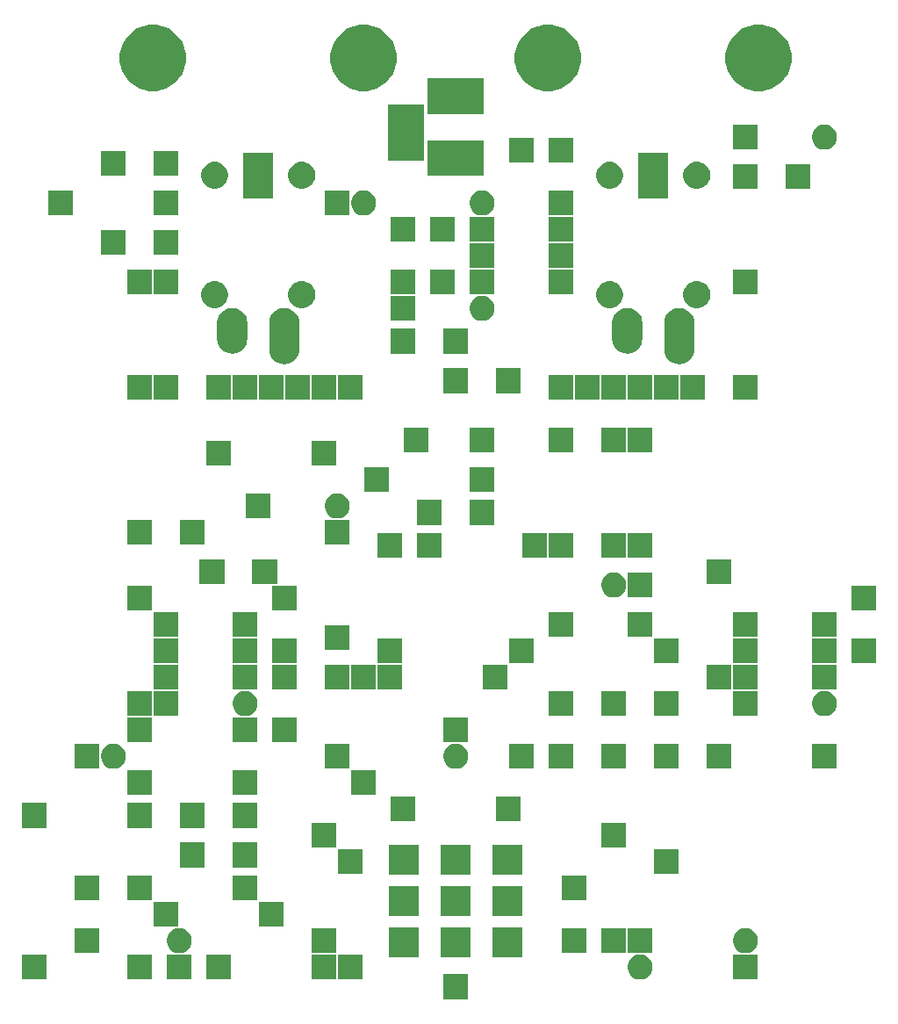
<source format=gbr>
G04 #@! TF.GenerationSoftware,KiCad,Pcbnew,5.1.6-c6e7f7d~87~ubuntu19.10.1*
G04 #@! TF.CreationDate,2021-07-04T13:23:00+06:00*
G04 #@! TF.ProjectId,fishtaur_r1a,66697368-7461-4757-925f-7231612e6b69,1A*
G04 #@! TF.SameCoordinates,Original*
G04 #@! TF.FileFunction,Soldermask,Bot*
G04 #@! TF.FilePolarity,Negative*
%FSLAX46Y46*%
G04 Gerber Fmt 4.6, Leading zero omitted, Abs format (unit mm)*
G04 Created by KiCad (PCBNEW 5.1.6-c6e7f7d~87~ubuntu19.10.1) date 2021-07-04 13:23:00*
%MOMM*%
%LPD*%
G01*
G04 APERTURE LIST*
%ADD10C,0.100000*%
G04 APERTURE END LIST*
D10*
G36*
X106610000Y-187255000D02*
G01*
X104210000Y-187255000D01*
X104210000Y-184855000D01*
X106610000Y-184855000D01*
X106610000Y-187255000D01*
G37*
G36*
X134550000Y-185350000D02*
G01*
X132150000Y-185350000D01*
X132150000Y-182950000D01*
X134550000Y-182950000D01*
X134550000Y-185350000D01*
G37*
G36*
X93910000Y-185350000D02*
G01*
X91510000Y-185350000D01*
X91510000Y-182950000D01*
X93910000Y-182950000D01*
X93910000Y-185350000D01*
G37*
G36*
X83750000Y-185350000D02*
G01*
X81350000Y-185350000D01*
X81350000Y-182950000D01*
X83750000Y-182950000D01*
X83750000Y-185350000D01*
G37*
G36*
X76130000Y-185350000D02*
G01*
X73730000Y-185350000D01*
X73730000Y-182950000D01*
X76130000Y-182950000D01*
X76130000Y-185350000D01*
G37*
G36*
X79940000Y-185350000D02*
G01*
X77540000Y-185350000D01*
X77540000Y-182950000D01*
X79940000Y-182950000D01*
X79940000Y-185350000D01*
G37*
G36*
X65970000Y-185350000D02*
G01*
X63570000Y-185350000D01*
X63570000Y-182950000D01*
X65970000Y-182950000D01*
X65970000Y-185350000D01*
G37*
G36*
X96450000Y-185350000D02*
G01*
X94050000Y-185350000D01*
X94050000Y-182950000D01*
X96450000Y-182950000D01*
X96450000Y-185350000D01*
G37*
G36*
X123540025Y-182996115D02*
G01*
X123540028Y-182996116D01*
X123540027Y-182996116D01*
X123758413Y-183086574D01*
X123954955Y-183217899D01*
X124122101Y-183385045D01*
X124253426Y-183581587D01*
X124253427Y-183581589D01*
X124343885Y-183799975D01*
X124390000Y-184031809D01*
X124390000Y-184268191D01*
X124343885Y-184500025D01*
X124343884Y-184500027D01*
X124253426Y-184718413D01*
X124122101Y-184914955D01*
X123954955Y-185082101D01*
X123758413Y-185213426D01*
X123758412Y-185213427D01*
X123758411Y-185213427D01*
X123540025Y-185303885D01*
X123308191Y-185350000D01*
X123071809Y-185350000D01*
X122839975Y-185303885D01*
X122621589Y-185213427D01*
X122621588Y-185213427D01*
X122621587Y-185213426D01*
X122425045Y-185082101D01*
X122257899Y-184914955D01*
X122126574Y-184718413D01*
X122036116Y-184500027D01*
X122036115Y-184500025D01*
X121990000Y-184268191D01*
X121990000Y-184031809D01*
X122036115Y-183799975D01*
X122126573Y-183581589D01*
X122126574Y-183581587D01*
X122257899Y-183385045D01*
X122425045Y-183217899D01*
X122621587Y-183086574D01*
X122839973Y-182996116D01*
X122839972Y-182996116D01*
X122839975Y-182996115D01*
X123071809Y-182950000D01*
X123308191Y-182950000D01*
X123540025Y-182996115D01*
G37*
G36*
X111860000Y-183250000D02*
G01*
X108960000Y-183250000D01*
X108960000Y-180350000D01*
X111860000Y-180350000D01*
X111860000Y-183250000D01*
G37*
G36*
X106860000Y-183250000D02*
G01*
X103960000Y-183250000D01*
X103960000Y-180350000D01*
X106860000Y-180350000D01*
X106860000Y-183250000D01*
G37*
G36*
X101860000Y-183250000D02*
G01*
X98960000Y-183250000D01*
X98960000Y-180350000D01*
X101860000Y-180350000D01*
X101860000Y-183250000D01*
G37*
G36*
X79090025Y-180456115D02*
G01*
X79090028Y-180456116D01*
X79090027Y-180456116D01*
X79308413Y-180546574D01*
X79504955Y-180677899D01*
X79672101Y-180845045D01*
X79803426Y-181041587D01*
X79803427Y-181041589D01*
X79893885Y-181259975D01*
X79940000Y-181491809D01*
X79940000Y-181728191D01*
X79893885Y-181960025D01*
X79893884Y-181960027D01*
X79803426Y-182178413D01*
X79672101Y-182374955D01*
X79504955Y-182542101D01*
X79308413Y-182673426D01*
X79308412Y-182673427D01*
X79308411Y-182673427D01*
X79090025Y-182763885D01*
X78858191Y-182810000D01*
X78621809Y-182810000D01*
X78389975Y-182763885D01*
X78171589Y-182673427D01*
X78171588Y-182673427D01*
X78171587Y-182673426D01*
X77975045Y-182542101D01*
X77807899Y-182374955D01*
X77676574Y-182178413D01*
X77586116Y-181960027D01*
X77586115Y-181960025D01*
X77540000Y-181728191D01*
X77540000Y-181491809D01*
X77586115Y-181259975D01*
X77676573Y-181041589D01*
X77676574Y-181041587D01*
X77807899Y-180845045D01*
X77975045Y-180677899D01*
X78171587Y-180546574D01*
X78389973Y-180456116D01*
X78389972Y-180456116D01*
X78389975Y-180456115D01*
X78621809Y-180410000D01*
X78858191Y-180410000D01*
X79090025Y-180456115D01*
G37*
G36*
X118040000Y-182810000D02*
G01*
X115640000Y-182810000D01*
X115640000Y-180410000D01*
X118040000Y-180410000D01*
X118040000Y-182810000D01*
G37*
G36*
X93910000Y-182810000D02*
G01*
X91510000Y-182810000D01*
X91510000Y-180410000D01*
X93910000Y-180410000D01*
X93910000Y-182810000D01*
G37*
G36*
X71050000Y-182810000D02*
G01*
X68650000Y-182810000D01*
X68650000Y-180410000D01*
X71050000Y-180410000D01*
X71050000Y-182810000D01*
G37*
G36*
X124390000Y-182810000D02*
G01*
X121990000Y-182810000D01*
X121990000Y-180410000D01*
X124390000Y-180410000D01*
X124390000Y-182810000D01*
G37*
G36*
X133700025Y-180456115D02*
G01*
X133700028Y-180456116D01*
X133700027Y-180456116D01*
X133918413Y-180546574D01*
X134114955Y-180677899D01*
X134282101Y-180845045D01*
X134413426Y-181041587D01*
X134413427Y-181041589D01*
X134503885Y-181259975D01*
X134550000Y-181491809D01*
X134550000Y-181728191D01*
X134503885Y-181960025D01*
X134503884Y-181960027D01*
X134413426Y-182178413D01*
X134282101Y-182374955D01*
X134114955Y-182542101D01*
X133918413Y-182673426D01*
X133918412Y-182673427D01*
X133918411Y-182673427D01*
X133700025Y-182763885D01*
X133468191Y-182810000D01*
X133231809Y-182810000D01*
X132999975Y-182763885D01*
X132781589Y-182673427D01*
X132781588Y-182673427D01*
X132781587Y-182673426D01*
X132585045Y-182542101D01*
X132417899Y-182374955D01*
X132286574Y-182178413D01*
X132196116Y-181960027D01*
X132196115Y-181960025D01*
X132150000Y-181728191D01*
X132150000Y-181491809D01*
X132196115Y-181259975D01*
X132286573Y-181041589D01*
X132286574Y-181041587D01*
X132417899Y-180845045D01*
X132585045Y-180677899D01*
X132781587Y-180546574D01*
X132999973Y-180456116D01*
X132999972Y-180456116D01*
X132999975Y-180456115D01*
X133231809Y-180410000D01*
X133468191Y-180410000D01*
X133700025Y-180456115D01*
G37*
G36*
X121850000Y-182810000D02*
G01*
X119450000Y-182810000D01*
X119450000Y-180410000D01*
X121850000Y-180410000D01*
X121850000Y-182810000D01*
G37*
G36*
X88830000Y-180270000D02*
G01*
X86430000Y-180270000D01*
X86430000Y-177870000D01*
X88830000Y-177870000D01*
X88830000Y-180270000D01*
G37*
G36*
X78670000Y-180270000D02*
G01*
X76270000Y-180270000D01*
X76270000Y-177870000D01*
X78670000Y-177870000D01*
X78670000Y-180270000D01*
G37*
G36*
X101860000Y-179250000D02*
G01*
X98960000Y-179250000D01*
X98960000Y-176350000D01*
X101860000Y-176350000D01*
X101860000Y-179250000D01*
G37*
G36*
X106860000Y-179250000D02*
G01*
X103960000Y-179250000D01*
X103960000Y-176350000D01*
X106860000Y-176350000D01*
X106860000Y-179250000D01*
G37*
G36*
X111860000Y-179250000D02*
G01*
X108960000Y-179250000D01*
X108960000Y-176350000D01*
X111860000Y-176350000D01*
X111860000Y-179250000D01*
G37*
G36*
X118040000Y-177730000D02*
G01*
X115640000Y-177730000D01*
X115640000Y-175330000D01*
X118040000Y-175330000D01*
X118040000Y-177730000D01*
G37*
G36*
X71050000Y-177730000D02*
G01*
X68650000Y-177730000D01*
X68650000Y-175330000D01*
X71050000Y-175330000D01*
X71050000Y-177730000D01*
G37*
G36*
X76130000Y-177730000D02*
G01*
X73730000Y-177730000D01*
X73730000Y-175330000D01*
X76130000Y-175330000D01*
X76130000Y-177730000D01*
G37*
G36*
X86290000Y-177730000D02*
G01*
X83890000Y-177730000D01*
X83890000Y-175330000D01*
X86290000Y-175330000D01*
X86290000Y-177730000D01*
G37*
G36*
X101860000Y-175250000D02*
G01*
X98960000Y-175250000D01*
X98960000Y-172350000D01*
X101860000Y-172350000D01*
X101860000Y-175250000D01*
G37*
G36*
X106860000Y-175250000D02*
G01*
X103960000Y-175250000D01*
X103960000Y-172350000D01*
X106860000Y-172350000D01*
X106860000Y-175250000D01*
G37*
G36*
X111860000Y-175250000D02*
G01*
X108960000Y-175250000D01*
X108960000Y-172350000D01*
X111860000Y-172350000D01*
X111860000Y-175250000D01*
G37*
G36*
X126930000Y-175190000D02*
G01*
X124530000Y-175190000D01*
X124530000Y-172790000D01*
X126930000Y-172790000D01*
X126930000Y-175190000D01*
G37*
G36*
X96450000Y-175190000D02*
G01*
X94050000Y-175190000D01*
X94050000Y-172790000D01*
X96450000Y-172790000D01*
X96450000Y-175190000D01*
G37*
G36*
X81210000Y-174555000D02*
G01*
X78810000Y-174555000D01*
X78810000Y-172155000D01*
X81210000Y-172155000D01*
X81210000Y-174555000D01*
G37*
G36*
X86290000Y-174555000D02*
G01*
X83890000Y-174555000D01*
X83890000Y-172155000D01*
X86290000Y-172155000D01*
X86290000Y-174555000D01*
G37*
G36*
X93910000Y-172650000D02*
G01*
X91510000Y-172650000D01*
X91510000Y-170250000D01*
X93910000Y-170250000D01*
X93910000Y-172650000D01*
G37*
G36*
X121850000Y-172650000D02*
G01*
X119450000Y-172650000D01*
X119450000Y-170250000D01*
X121850000Y-170250000D01*
X121850000Y-172650000D01*
G37*
G36*
X76130000Y-170745000D02*
G01*
X73730000Y-170745000D01*
X73730000Y-168345000D01*
X76130000Y-168345000D01*
X76130000Y-170745000D01*
G37*
G36*
X81210000Y-170745000D02*
G01*
X78810000Y-170745000D01*
X78810000Y-168345000D01*
X81210000Y-168345000D01*
X81210000Y-170745000D01*
G37*
G36*
X86290000Y-170745000D02*
G01*
X83890000Y-170745000D01*
X83890000Y-168345000D01*
X86290000Y-168345000D01*
X86290000Y-170745000D01*
G37*
G36*
X65970000Y-170745000D02*
G01*
X63570000Y-170745000D01*
X63570000Y-168345000D01*
X65970000Y-168345000D01*
X65970000Y-170745000D01*
G37*
G36*
X101530000Y-170110000D02*
G01*
X99130000Y-170110000D01*
X99130000Y-167710000D01*
X101530000Y-167710000D01*
X101530000Y-170110000D01*
G37*
G36*
X111690000Y-170110000D02*
G01*
X109290000Y-170110000D01*
X109290000Y-167710000D01*
X111690000Y-167710000D01*
X111690000Y-170110000D01*
G37*
G36*
X97720000Y-167570000D02*
G01*
X95320000Y-167570000D01*
X95320000Y-165170000D01*
X97720000Y-165170000D01*
X97720000Y-167570000D01*
G37*
G36*
X86290000Y-167570000D02*
G01*
X83890000Y-167570000D01*
X83890000Y-165170000D01*
X86290000Y-165170000D01*
X86290000Y-167570000D01*
G37*
G36*
X76130000Y-167570000D02*
G01*
X73730000Y-167570000D01*
X73730000Y-165170000D01*
X76130000Y-165170000D01*
X76130000Y-167570000D01*
G37*
G36*
X142170000Y-165030000D02*
G01*
X139770000Y-165030000D01*
X139770000Y-162630000D01*
X142170000Y-162630000D01*
X142170000Y-165030000D01*
G37*
G36*
X116770000Y-165030000D02*
G01*
X114370000Y-165030000D01*
X114370000Y-162630000D01*
X116770000Y-162630000D01*
X116770000Y-165030000D01*
G37*
G36*
X132010000Y-165030000D02*
G01*
X129610000Y-165030000D01*
X129610000Y-162630000D01*
X132010000Y-162630000D01*
X132010000Y-165030000D01*
G37*
G36*
X71050000Y-165030000D02*
G01*
X68650000Y-165030000D01*
X68650000Y-162630000D01*
X71050000Y-162630000D01*
X71050000Y-165030000D01*
G37*
G36*
X72740025Y-162676115D02*
G01*
X72740028Y-162676116D01*
X72740027Y-162676116D01*
X72958413Y-162766574D01*
X73154955Y-162897899D01*
X73322101Y-163065045D01*
X73453426Y-163261587D01*
X73453427Y-163261589D01*
X73543885Y-163479975D01*
X73590000Y-163711809D01*
X73590000Y-163948191D01*
X73543885Y-164180025D01*
X73543884Y-164180027D01*
X73453426Y-164398413D01*
X73322101Y-164594955D01*
X73154955Y-164762101D01*
X72958413Y-164893426D01*
X72958412Y-164893427D01*
X72958411Y-164893427D01*
X72740025Y-164983885D01*
X72508191Y-165030000D01*
X72271809Y-165030000D01*
X72039975Y-164983885D01*
X71821589Y-164893427D01*
X71821588Y-164893427D01*
X71821587Y-164893426D01*
X71625045Y-164762101D01*
X71457899Y-164594955D01*
X71326574Y-164398413D01*
X71236116Y-164180027D01*
X71236115Y-164180025D01*
X71190000Y-163948191D01*
X71190000Y-163711809D01*
X71236115Y-163479975D01*
X71326573Y-163261589D01*
X71326574Y-163261587D01*
X71457899Y-163065045D01*
X71625045Y-162897899D01*
X71821587Y-162766574D01*
X72039973Y-162676116D01*
X72039972Y-162676116D01*
X72039975Y-162676115D01*
X72271809Y-162630000D01*
X72508191Y-162630000D01*
X72740025Y-162676115D01*
G37*
G36*
X112960000Y-165030000D02*
G01*
X110560000Y-165030000D01*
X110560000Y-162630000D01*
X112960000Y-162630000D01*
X112960000Y-165030000D01*
G37*
G36*
X105760025Y-162676115D02*
G01*
X105760028Y-162676116D01*
X105760027Y-162676116D01*
X105978413Y-162766574D01*
X106174955Y-162897899D01*
X106342101Y-163065045D01*
X106473426Y-163261587D01*
X106473427Y-163261589D01*
X106563885Y-163479975D01*
X106610000Y-163711809D01*
X106610000Y-163948191D01*
X106563885Y-164180025D01*
X106563884Y-164180027D01*
X106473426Y-164398413D01*
X106342101Y-164594955D01*
X106174955Y-164762101D01*
X105978413Y-164893426D01*
X105978412Y-164893427D01*
X105978411Y-164893427D01*
X105760025Y-164983885D01*
X105528191Y-165030000D01*
X105291809Y-165030000D01*
X105059975Y-164983885D01*
X104841589Y-164893427D01*
X104841588Y-164893427D01*
X104841587Y-164893426D01*
X104645045Y-164762101D01*
X104477899Y-164594955D01*
X104346574Y-164398413D01*
X104256116Y-164180027D01*
X104256115Y-164180025D01*
X104210000Y-163948191D01*
X104210000Y-163711809D01*
X104256115Y-163479975D01*
X104346573Y-163261589D01*
X104346574Y-163261587D01*
X104477899Y-163065045D01*
X104645045Y-162897899D01*
X104841587Y-162766574D01*
X105059973Y-162676116D01*
X105059972Y-162676116D01*
X105059975Y-162676115D01*
X105291809Y-162630000D01*
X105528191Y-162630000D01*
X105760025Y-162676115D01*
G37*
G36*
X126930000Y-165030000D02*
G01*
X124530000Y-165030000D01*
X124530000Y-162630000D01*
X126930000Y-162630000D01*
X126930000Y-165030000D01*
G37*
G36*
X121850000Y-165030000D02*
G01*
X119450000Y-165030000D01*
X119450000Y-162630000D01*
X121850000Y-162630000D01*
X121850000Y-165030000D01*
G37*
G36*
X95180000Y-165030000D02*
G01*
X92780000Y-165030000D01*
X92780000Y-162630000D01*
X95180000Y-162630000D01*
X95180000Y-165030000D01*
G37*
G36*
X106610000Y-162490000D02*
G01*
X104210000Y-162490000D01*
X104210000Y-160090000D01*
X106610000Y-160090000D01*
X106610000Y-162490000D01*
G37*
G36*
X90100000Y-162490000D02*
G01*
X87700000Y-162490000D01*
X87700000Y-160090000D01*
X90100000Y-160090000D01*
X90100000Y-162490000D01*
G37*
G36*
X86290000Y-162490000D02*
G01*
X83890000Y-162490000D01*
X83890000Y-160090000D01*
X86290000Y-160090000D01*
X86290000Y-162490000D01*
G37*
G36*
X76130000Y-162490000D02*
G01*
X73730000Y-162490000D01*
X73730000Y-160090000D01*
X76130000Y-160090000D01*
X76130000Y-162490000D01*
G37*
G36*
X85440025Y-157596115D02*
G01*
X85440028Y-157596116D01*
X85440027Y-157596116D01*
X85658413Y-157686574D01*
X85854955Y-157817899D01*
X86022101Y-157985045D01*
X86153426Y-158181587D01*
X86153427Y-158181589D01*
X86243885Y-158399975D01*
X86290000Y-158631809D01*
X86290000Y-158868191D01*
X86243885Y-159100025D01*
X86243884Y-159100027D01*
X86153426Y-159318413D01*
X86022101Y-159514955D01*
X85854955Y-159682101D01*
X85658413Y-159813426D01*
X85658412Y-159813427D01*
X85658411Y-159813427D01*
X85440025Y-159903885D01*
X85208191Y-159950000D01*
X84971809Y-159950000D01*
X84739975Y-159903885D01*
X84521589Y-159813427D01*
X84521588Y-159813427D01*
X84521587Y-159813426D01*
X84325045Y-159682101D01*
X84157899Y-159514955D01*
X84026574Y-159318413D01*
X83936116Y-159100027D01*
X83936115Y-159100025D01*
X83890000Y-158868191D01*
X83890000Y-158631809D01*
X83936115Y-158399975D01*
X84026573Y-158181589D01*
X84026574Y-158181587D01*
X84157899Y-157985045D01*
X84325045Y-157817899D01*
X84521587Y-157686574D01*
X84739973Y-157596116D01*
X84739972Y-157596116D01*
X84739975Y-157596115D01*
X84971809Y-157550000D01*
X85208191Y-157550000D01*
X85440025Y-157596115D01*
G37*
G36*
X116770000Y-159950000D02*
G01*
X114370000Y-159950000D01*
X114370000Y-157550000D01*
X116770000Y-157550000D01*
X116770000Y-159950000D01*
G37*
G36*
X126930000Y-159950000D02*
G01*
X124530000Y-159950000D01*
X124530000Y-157550000D01*
X126930000Y-157550000D01*
X126930000Y-159950000D01*
G37*
G36*
X134550000Y-159950000D02*
G01*
X132150000Y-159950000D01*
X132150000Y-157550000D01*
X134550000Y-157550000D01*
X134550000Y-159950000D01*
G37*
G36*
X141320025Y-157596115D02*
G01*
X141320028Y-157596116D01*
X141320027Y-157596116D01*
X141538413Y-157686574D01*
X141734955Y-157817899D01*
X141902101Y-157985045D01*
X142033426Y-158181587D01*
X142033427Y-158181589D01*
X142123885Y-158399975D01*
X142170000Y-158631809D01*
X142170000Y-158868191D01*
X142123885Y-159100025D01*
X142123884Y-159100027D01*
X142033426Y-159318413D01*
X141902101Y-159514955D01*
X141734955Y-159682101D01*
X141538413Y-159813426D01*
X141538412Y-159813427D01*
X141538411Y-159813427D01*
X141320025Y-159903885D01*
X141088191Y-159950000D01*
X140851809Y-159950000D01*
X140619975Y-159903885D01*
X140401589Y-159813427D01*
X140401588Y-159813427D01*
X140401587Y-159813426D01*
X140205045Y-159682101D01*
X140037899Y-159514955D01*
X139906574Y-159318413D01*
X139816116Y-159100027D01*
X139816115Y-159100025D01*
X139770000Y-158868191D01*
X139770000Y-158631809D01*
X139816115Y-158399975D01*
X139906573Y-158181589D01*
X139906574Y-158181587D01*
X140037899Y-157985045D01*
X140205045Y-157817899D01*
X140401587Y-157686574D01*
X140619973Y-157596116D01*
X140619972Y-157596116D01*
X140619975Y-157596115D01*
X140851809Y-157550000D01*
X141088191Y-157550000D01*
X141320025Y-157596115D01*
G37*
G36*
X121850000Y-159950000D02*
G01*
X119450000Y-159950000D01*
X119450000Y-157550000D01*
X121850000Y-157550000D01*
X121850000Y-159950000D01*
G37*
G36*
X76130000Y-159950000D02*
G01*
X73730000Y-159950000D01*
X73730000Y-157550000D01*
X76130000Y-157550000D01*
X76130000Y-159950000D01*
G37*
G36*
X78670000Y-159950000D02*
G01*
X76270000Y-159950000D01*
X76270000Y-157550000D01*
X78670000Y-157550000D01*
X78670000Y-159950000D01*
G37*
G36*
X132010000Y-157410000D02*
G01*
X129610000Y-157410000D01*
X129610000Y-155010000D01*
X132010000Y-155010000D01*
X132010000Y-157410000D01*
G37*
G36*
X86290000Y-157410000D02*
G01*
X83890000Y-157410000D01*
X83890000Y-155010000D01*
X86290000Y-155010000D01*
X86290000Y-157410000D01*
G37*
G36*
X78670000Y-157410000D02*
G01*
X76270000Y-157410000D01*
X76270000Y-155010000D01*
X78670000Y-155010000D01*
X78670000Y-157410000D01*
G37*
G36*
X95180000Y-157410000D02*
G01*
X92780000Y-157410000D01*
X92780000Y-155010000D01*
X95180000Y-155010000D01*
X95180000Y-157410000D01*
G37*
G36*
X142170000Y-157410000D02*
G01*
X139770000Y-157410000D01*
X139770000Y-155010000D01*
X142170000Y-155010000D01*
X142170000Y-157410000D01*
G37*
G36*
X97720000Y-157410000D02*
G01*
X95320000Y-157410000D01*
X95320000Y-155010000D01*
X97720000Y-155010000D01*
X97720000Y-157410000D01*
G37*
G36*
X100260000Y-157410000D02*
G01*
X97860000Y-157410000D01*
X97860000Y-155010000D01*
X100260000Y-155010000D01*
X100260000Y-157410000D01*
G37*
G36*
X110420000Y-157410000D02*
G01*
X108020000Y-157410000D01*
X108020000Y-155010000D01*
X110420000Y-155010000D01*
X110420000Y-157410000D01*
G37*
G36*
X90100000Y-157410000D02*
G01*
X87700000Y-157410000D01*
X87700000Y-155010000D01*
X90100000Y-155010000D01*
X90100000Y-157410000D01*
G37*
G36*
X134550000Y-157410000D02*
G01*
X132150000Y-157410000D01*
X132150000Y-155010000D01*
X134550000Y-155010000D01*
X134550000Y-157410000D01*
G37*
G36*
X90100000Y-154870000D02*
G01*
X87700000Y-154870000D01*
X87700000Y-152470000D01*
X90100000Y-152470000D01*
X90100000Y-154870000D01*
G37*
G36*
X86290000Y-154870000D02*
G01*
X83890000Y-154870000D01*
X83890000Y-152470000D01*
X86290000Y-152470000D01*
X86290000Y-154870000D01*
G37*
G36*
X145980000Y-154870000D02*
G01*
X143580000Y-154870000D01*
X143580000Y-152470000D01*
X145980000Y-152470000D01*
X145980000Y-154870000D01*
G37*
G36*
X100260000Y-154870000D02*
G01*
X97860000Y-154870000D01*
X97860000Y-152470000D01*
X100260000Y-152470000D01*
X100260000Y-154870000D01*
G37*
G36*
X112960000Y-154870000D02*
G01*
X110560000Y-154870000D01*
X110560000Y-152470000D01*
X112960000Y-152470000D01*
X112960000Y-154870000D01*
G37*
G36*
X142170000Y-154870000D02*
G01*
X139770000Y-154870000D01*
X139770000Y-152470000D01*
X142170000Y-152470000D01*
X142170000Y-154870000D01*
G37*
G36*
X78670000Y-154870000D02*
G01*
X76270000Y-154870000D01*
X76270000Y-152470000D01*
X78670000Y-152470000D01*
X78670000Y-154870000D01*
G37*
G36*
X126930000Y-154870000D02*
G01*
X124530000Y-154870000D01*
X124530000Y-152470000D01*
X126930000Y-152470000D01*
X126930000Y-154870000D01*
G37*
G36*
X134550000Y-154870000D02*
G01*
X132150000Y-154870000D01*
X132150000Y-152470000D01*
X134550000Y-152470000D01*
X134550000Y-154870000D01*
G37*
G36*
X95180000Y-153600000D02*
G01*
X92780000Y-153600000D01*
X92780000Y-151200000D01*
X95180000Y-151200000D01*
X95180000Y-153600000D01*
G37*
G36*
X124390000Y-152330000D02*
G01*
X121990000Y-152330000D01*
X121990000Y-149930000D01*
X124390000Y-149930000D01*
X124390000Y-152330000D01*
G37*
G36*
X116770000Y-152330000D02*
G01*
X114370000Y-152330000D01*
X114370000Y-149930000D01*
X116770000Y-149930000D01*
X116770000Y-152330000D01*
G37*
G36*
X134550000Y-152330000D02*
G01*
X132150000Y-152330000D01*
X132150000Y-149930000D01*
X134550000Y-149930000D01*
X134550000Y-152330000D01*
G37*
G36*
X142170000Y-152330000D02*
G01*
X139770000Y-152330000D01*
X139770000Y-149930000D01*
X142170000Y-149930000D01*
X142170000Y-152330000D01*
G37*
G36*
X86290000Y-152330000D02*
G01*
X83890000Y-152330000D01*
X83890000Y-149930000D01*
X86290000Y-149930000D01*
X86290000Y-152330000D01*
G37*
G36*
X78670000Y-152330000D02*
G01*
X76270000Y-152330000D01*
X76270000Y-149930000D01*
X78670000Y-149930000D01*
X78670000Y-152330000D01*
G37*
G36*
X145980000Y-149790000D02*
G01*
X143580000Y-149790000D01*
X143580000Y-147390000D01*
X145980000Y-147390000D01*
X145980000Y-149790000D01*
G37*
G36*
X90100000Y-149790000D02*
G01*
X87700000Y-149790000D01*
X87700000Y-147390000D01*
X90100000Y-147390000D01*
X90100000Y-149790000D01*
G37*
G36*
X76130000Y-149790000D02*
G01*
X73730000Y-149790000D01*
X73730000Y-147390000D01*
X76130000Y-147390000D01*
X76130000Y-149790000D01*
G37*
G36*
X124390000Y-148520000D02*
G01*
X121990000Y-148520000D01*
X121990000Y-146120000D01*
X124390000Y-146120000D01*
X124390000Y-148520000D01*
G37*
G36*
X121000025Y-146166115D02*
G01*
X121000028Y-146166116D01*
X121000027Y-146166116D01*
X121218413Y-146256574D01*
X121414955Y-146387899D01*
X121582101Y-146555045D01*
X121713426Y-146751587D01*
X121713427Y-146751589D01*
X121803885Y-146969975D01*
X121850000Y-147201809D01*
X121850000Y-147438191D01*
X121803885Y-147670025D01*
X121803884Y-147670027D01*
X121713426Y-147888413D01*
X121582101Y-148084955D01*
X121414955Y-148252101D01*
X121218413Y-148383426D01*
X121218412Y-148383427D01*
X121218411Y-148383427D01*
X121000025Y-148473885D01*
X120768191Y-148520000D01*
X120531809Y-148520000D01*
X120299975Y-148473885D01*
X120081589Y-148383427D01*
X120081588Y-148383427D01*
X120081587Y-148383426D01*
X119885045Y-148252101D01*
X119717899Y-148084955D01*
X119586574Y-147888413D01*
X119496116Y-147670027D01*
X119496115Y-147670025D01*
X119450000Y-147438191D01*
X119450000Y-147201809D01*
X119496115Y-146969975D01*
X119586573Y-146751589D01*
X119586574Y-146751587D01*
X119717899Y-146555045D01*
X119885045Y-146387899D01*
X120081587Y-146256574D01*
X120299973Y-146166116D01*
X120299972Y-146166116D01*
X120299975Y-146166115D01*
X120531809Y-146120000D01*
X120768191Y-146120000D01*
X121000025Y-146166115D01*
G37*
G36*
X132010000Y-147250000D02*
G01*
X129610000Y-147250000D01*
X129610000Y-144850000D01*
X132010000Y-144850000D01*
X132010000Y-147250000D01*
G37*
G36*
X83115000Y-147250000D02*
G01*
X80715000Y-147250000D01*
X80715000Y-144850000D01*
X83115000Y-144850000D01*
X83115000Y-147250000D01*
G37*
G36*
X88195000Y-147250000D02*
G01*
X85795000Y-147250000D01*
X85795000Y-144850000D01*
X88195000Y-144850000D01*
X88195000Y-147250000D01*
G37*
G36*
X100260000Y-144710000D02*
G01*
X97860000Y-144710000D01*
X97860000Y-142310000D01*
X100260000Y-142310000D01*
X100260000Y-144710000D01*
G37*
G36*
X124390000Y-144710000D02*
G01*
X121990000Y-144710000D01*
X121990000Y-142310000D01*
X124390000Y-142310000D01*
X124390000Y-144710000D01*
G37*
G36*
X121850000Y-144710000D02*
G01*
X119450000Y-144710000D01*
X119450000Y-142310000D01*
X121850000Y-142310000D01*
X121850000Y-144710000D01*
G37*
G36*
X116770000Y-144710000D02*
G01*
X114370000Y-144710000D01*
X114370000Y-142310000D01*
X116770000Y-142310000D01*
X116770000Y-144710000D01*
G37*
G36*
X104070000Y-144710000D02*
G01*
X101670000Y-144710000D01*
X101670000Y-142310000D01*
X104070000Y-142310000D01*
X104070000Y-144710000D01*
G37*
G36*
X114230000Y-144710000D02*
G01*
X111830000Y-144710000D01*
X111830000Y-142310000D01*
X114230000Y-142310000D01*
X114230000Y-144710000D01*
G37*
G36*
X95180000Y-143440000D02*
G01*
X92780000Y-143440000D01*
X92780000Y-141040000D01*
X95180000Y-141040000D01*
X95180000Y-143440000D01*
G37*
G36*
X81210000Y-143440000D02*
G01*
X78810000Y-143440000D01*
X78810000Y-141040000D01*
X81210000Y-141040000D01*
X81210000Y-143440000D01*
G37*
G36*
X76130000Y-143440000D02*
G01*
X73730000Y-143440000D01*
X73730000Y-141040000D01*
X76130000Y-141040000D01*
X76130000Y-143440000D01*
G37*
G36*
X104070000Y-141535000D02*
G01*
X101670000Y-141535000D01*
X101670000Y-139135000D01*
X104070000Y-139135000D01*
X104070000Y-141535000D01*
G37*
G36*
X109150000Y-141535000D02*
G01*
X106750000Y-141535000D01*
X106750000Y-139135000D01*
X109150000Y-139135000D01*
X109150000Y-141535000D01*
G37*
G36*
X94330025Y-138546115D02*
G01*
X94330028Y-138546116D01*
X94330027Y-138546116D01*
X94548413Y-138636574D01*
X94744955Y-138767899D01*
X94912101Y-138935045D01*
X95043426Y-139131587D01*
X95043427Y-139131589D01*
X95133885Y-139349975D01*
X95180000Y-139581809D01*
X95180000Y-139818191D01*
X95133885Y-140050025D01*
X95133884Y-140050027D01*
X95043426Y-140268413D01*
X94912101Y-140464955D01*
X94744955Y-140632101D01*
X94548413Y-140763426D01*
X94548412Y-140763427D01*
X94548411Y-140763427D01*
X94330025Y-140853885D01*
X94098191Y-140900000D01*
X93861809Y-140900000D01*
X93629975Y-140853885D01*
X93411589Y-140763427D01*
X93411588Y-140763427D01*
X93411587Y-140763426D01*
X93215045Y-140632101D01*
X93047899Y-140464955D01*
X92916574Y-140268413D01*
X92826116Y-140050027D01*
X92826115Y-140050025D01*
X92780000Y-139818191D01*
X92780000Y-139581809D01*
X92826115Y-139349975D01*
X92916573Y-139131589D01*
X92916574Y-139131587D01*
X93047899Y-138935045D01*
X93215045Y-138767899D01*
X93411587Y-138636574D01*
X93629973Y-138546116D01*
X93629972Y-138546116D01*
X93629975Y-138546115D01*
X93861809Y-138500000D01*
X94098191Y-138500000D01*
X94330025Y-138546115D01*
G37*
G36*
X87560000Y-140900000D02*
G01*
X85160000Y-140900000D01*
X85160000Y-138500000D01*
X87560000Y-138500000D01*
X87560000Y-140900000D01*
G37*
G36*
X98990000Y-138360000D02*
G01*
X96590000Y-138360000D01*
X96590000Y-135960000D01*
X98990000Y-135960000D01*
X98990000Y-138360000D01*
G37*
G36*
X109150000Y-138360000D02*
G01*
X106750000Y-138360000D01*
X106750000Y-135960000D01*
X109150000Y-135960000D01*
X109150000Y-138360000D01*
G37*
G36*
X83750000Y-135820000D02*
G01*
X81350000Y-135820000D01*
X81350000Y-133420000D01*
X83750000Y-133420000D01*
X83750000Y-135820000D01*
G37*
G36*
X93910000Y-135820000D02*
G01*
X91510000Y-135820000D01*
X91510000Y-133420000D01*
X93910000Y-133420000D01*
X93910000Y-135820000D01*
G37*
G36*
X109150000Y-134550000D02*
G01*
X106750000Y-134550000D01*
X106750000Y-132150000D01*
X109150000Y-132150000D01*
X109150000Y-134550000D01*
G37*
G36*
X102800000Y-134550000D02*
G01*
X100400000Y-134550000D01*
X100400000Y-132150000D01*
X102800000Y-132150000D01*
X102800000Y-134550000D01*
G37*
G36*
X124390000Y-134550000D02*
G01*
X121990000Y-134550000D01*
X121990000Y-132150000D01*
X124390000Y-132150000D01*
X124390000Y-134550000D01*
G37*
G36*
X121850000Y-134550000D02*
G01*
X119450000Y-134550000D01*
X119450000Y-132150000D01*
X121850000Y-132150000D01*
X121850000Y-134550000D01*
G37*
G36*
X116770000Y-134550000D02*
G01*
X114370000Y-134550000D01*
X114370000Y-132150000D01*
X116770000Y-132150000D01*
X116770000Y-134550000D01*
G37*
G36*
X88830000Y-129470000D02*
G01*
X86430000Y-129470000D01*
X86430000Y-127070000D01*
X88830000Y-127070000D01*
X88830000Y-129470000D01*
G37*
G36*
X134550000Y-129470000D02*
G01*
X132150000Y-129470000D01*
X132150000Y-127070000D01*
X134550000Y-127070000D01*
X134550000Y-129470000D01*
G37*
G36*
X78670000Y-129470000D02*
G01*
X76270000Y-129470000D01*
X76270000Y-127070000D01*
X78670000Y-127070000D01*
X78670000Y-129470000D01*
G37*
G36*
X76130000Y-129470000D02*
G01*
X73730000Y-129470000D01*
X73730000Y-127070000D01*
X76130000Y-127070000D01*
X76130000Y-129470000D01*
G37*
G36*
X86290000Y-129470000D02*
G01*
X83890000Y-129470000D01*
X83890000Y-127070000D01*
X86290000Y-127070000D01*
X86290000Y-129470000D01*
G37*
G36*
X91370000Y-129470000D02*
G01*
X88970000Y-129470000D01*
X88970000Y-127070000D01*
X91370000Y-127070000D01*
X91370000Y-129470000D01*
G37*
G36*
X96450000Y-129470000D02*
G01*
X94050000Y-129470000D01*
X94050000Y-127070000D01*
X96450000Y-127070000D01*
X96450000Y-129470000D01*
G37*
G36*
X126930000Y-129470000D02*
G01*
X124530000Y-129470000D01*
X124530000Y-127070000D01*
X126930000Y-127070000D01*
X126930000Y-129470000D01*
G37*
G36*
X124390000Y-129470000D02*
G01*
X121990000Y-129470000D01*
X121990000Y-127070000D01*
X124390000Y-127070000D01*
X124390000Y-129470000D01*
G37*
G36*
X121850000Y-129470000D02*
G01*
X119450000Y-129470000D01*
X119450000Y-127070000D01*
X121850000Y-127070000D01*
X121850000Y-129470000D01*
G37*
G36*
X119310000Y-129470000D02*
G01*
X116910000Y-129470000D01*
X116910000Y-127070000D01*
X119310000Y-127070000D01*
X119310000Y-129470000D01*
G37*
G36*
X116770000Y-129470000D02*
G01*
X114370000Y-129470000D01*
X114370000Y-127070000D01*
X116770000Y-127070000D01*
X116770000Y-129470000D01*
G37*
G36*
X129470000Y-129470000D02*
G01*
X127070000Y-129470000D01*
X127070000Y-127070000D01*
X129470000Y-127070000D01*
X129470000Y-129470000D01*
G37*
G36*
X83750000Y-129470000D02*
G01*
X81350000Y-129470000D01*
X81350000Y-127070000D01*
X83750000Y-127070000D01*
X83750000Y-129470000D01*
G37*
G36*
X93910000Y-129470000D02*
G01*
X91510000Y-129470000D01*
X91510000Y-127070000D01*
X93910000Y-127070000D01*
X93910000Y-129470000D01*
G37*
G36*
X106610000Y-128835000D02*
G01*
X104210000Y-128835000D01*
X104210000Y-126435000D01*
X106610000Y-126435000D01*
X106610000Y-128835000D01*
G37*
G36*
X111690000Y-128835000D02*
G01*
X109290000Y-128835000D01*
X109290000Y-126435000D01*
X111690000Y-126435000D01*
X111690000Y-128835000D01*
G37*
G36*
X127244250Y-120650981D02*
G01*
X127380913Y-120692437D01*
X127517577Y-120733894D01*
X127769473Y-120868534D01*
X127990265Y-121049735D01*
X128171466Y-121270527D01*
X128306106Y-121522423D01*
X128389019Y-121795751D01*
X128410000Y-122008774D01*
X128410000Y-124651226D01*
X128389019Y-124864249D01*
X128306106Y-125137577D01*
X128171466Y-125389473D01*
X127990265Y-125610265D01*
X127769472Y-125791466D01*
X127517576Y-125926106D01*
X127380912Y-125967562D01*
X127244249Y-126009019D01*
X126960000Y-126037015D01*
X126675750Y-126009019D01*
X126539087Y-125967562D01*
X126402423Y-125926106D01*
X126150527Y-125791466D01*
X125929735Y-125610265D01*
X125748534Y-125389472D01*
X125613894Y-125137576D01*
X125549745Y-124926106D01*
X125530981Y-124864249D01*
X125510000Y-124651224D01*
X125510001Y-122008775D01*
X125530982Y-121795750D01*
X125613895Y-121522424D01*
X125613895Y-121522423D01*
X125748535Y-121270527D01*
X125929736Y-121049735D01*
X126150528Y-120868534D01*
X126402424Y-120733894D01*
X126539088Y-120692437D01*
X126675751Y-120650981D01*
X126960000Y-120622985D01*
X127244250Y-120650981D01*
G37*
G36*
X89144250Y-120650981D02*
G01*
X89280913Y-120692437D01*
X89417577Y-120733894D01*
X89669473Y-120868534D01*
X89890265Y-121049735D01*
X90071466Y-121270527D01*
X90206106Y-121522423D01*
X90289019Y-121795751D01*
X90310000Y-122008774D01*
X90310000Y-124651226D01*
X90289019Y-124864249D01*
X90206106Y-125137577D01*
X90071466Y-125389473D01*
X89890265Y-125610265D01*
X89669472Y-125791466D01*
X89417576Y-125926106D01*
X89280912Y-125967562D01*
X89144249Y-126009019D01*
X88860000Y-126037015D01*
X88575750Y-126009019D01*
X88439087Y-125967562D01*
X88302423Y-125926106D01*
X88050527Y-125791466D01*
X87829735Y-125610265D01*
X87648534Y-125389472D01*
X87513894Y-125137576D01*
X87449745Y-124926106D01*
X87430981Y-124864249D01*
X87410000Y-124651224D01*
X87410001Y-122008775D01*
X87430982Y-121795750D01*
X87513895Y-121522424D01*
X87513895Y-121522423D01*
X87648535Y-121270527D01*
X87829736Y-121049735D01*
X88050528Y-120868534D01*
X88302424Y-120733894D01*
X88439088Y-120692437D01*
X88575751Y-120650981D01*
X88860000Y-120622985D01*
X89144250Y-120650981D01*
G37*
G36*
X122244250Y-120650981D02*
G01*
X122380913Y-120692437D01*
X122517577Y-120733894D01*
X122769473Y-120868534D01*
X122990265Y-121049735D01*
X123171466Y-121270527D01*
X123306106Y-121522423D01*
X123389019Y-121795751D01*
X123410000Y-122008774D01*
X123410000Y-123651226D01*
X123389019Y-123864249D01*
X123306106Y-124137577D01*
X123171466Y-124389473D01*
X122990265Y-124610265D01*
X122769472Y-124791466D01*
X122517576Y-124926106D01*
X122380912Y-124967562D01*
X122244249Y-125009019D01*
X121960000Y-125037015D01*
X121675750Y-125009019D01*
X121539087Y-124967562D01*
X121402423Y-124926106D01*
X121150527Y-124791466D01*
X120929735Y-124610265D01*
X120748534Y-124389472D01*
X120613894Y-124137576D01*
X120572438Y-124000912D01*
X120530981Y-123864249D01*
X120510000Y-123651224D01*
X120510000Y-122008775D01*
X120530981Y-121795750D01*
X120613895Y-121522424D01*
X120613895Y-121522423D01*
X120748535Y-121270527D01*
X120929736Y-121049735D01*
X121150528Y-120868534D01*
X121402424Y-120733894D01*
X121539088Y-120692437D01*
X121675751Y-120650981D01*
X121960000Y-120622985D01*
X122244250Y-120650981D01*
G37*
G36*
X84144250Y-120650981D02*
G01*
X84280913Y-120692437D01*
X84417577Y-120733894D01*
X84669473Y-120868534D01*
X84890265Y-121049735D01*
X85071466Y-121270527D01*
X85206106Y-121522423D01*
X85289019Y-121795751D01*
X85310000Y-122008774D01*
X85310000Y-123651226D01*
X85289019Y-123864249D01*
X85206106Y-124137577D01*
X85071466Y-124389473D01*
X84890265Y-124610265D01*
X84669472Y-124791466D01*
X84417576Y-124926106D01*
X84280912Y-124967562D01*
X84144249Y-125009019D01*
X83860000Y-125037015D01*
X83575750Y-125009019D01*
X83439087Y-124967562D01*
X83302423Y-124926106D01*
X83050527Y-124791466D01*
X82829735Y-124610265D01*
X82648534Y-124389472D01*
X82513894Y-124137576D01*
X82472437Y-124000912D01*
X82430981Y-123864249D01*
X82410000Y-123651224D01*
X82410000Y-122008775D01*
X82430981Y-121795750D01*
X82513895Y-121522424D01*
X82513895Y-121522423D01*
X82648535Y-121270527D01*
X82829736Y-121049735D01*
X83050528Y-120868534D01*
X83302424Y-120733894D01*
X83439088Y-120692437D01*
X83575751Y-120650981D01*
X83860000Y-120622985D01*
X84144250Y-120650981D01*
G37*
G36*
X106610000Y-125025000D02*
G01*
X104210000Y-125025000D01*
X104210000Y-122625000D01*
X106610000Y-122625000D01*
X106610000Y-125025000D01*
G37*
G36*
X101530000Y-125025000D02*
G01*
X99130000Y-125025000D01*
X99130000Y-122625000D01*
X101530000Y-122625000D01*
X101530000Y-125025000D01*
G37*
G36*
X108300025Y-119496115D02*
G01*
X108300028Y-119496116D01*
X108300027Y-119496116D01*
X108518413Y-119586574D01*
X108714955Y-119717899D01*
X108882101Y-119885045D01*
X108922682Y-119945779D01*
X109013427Y-120081589D01*
X109103885Y-120299975D01*
X109150000Y-120531809D01*
X109150000Y-120768191D01*
X109103885Y-121000025D01*
X109013427Y-121218411D01*
X109013426Y-121218413D01*
X108882101Y-121414955D01*
X108714955Y-121582101D01*
X108518413Y-121713426D01*
X108518412Y-121713427D01*
X108518411Y-121713427D01*
X108300025Y-121803885D01*
X108068191Y-121850000D01*
X107831809Y-121850000D01*
X107599975Y-121803885D01*
X107381589Y-121713427D01*
X107381588Y-121713427D01*
X107381587Y-121713426D01*
X107185045Y-121582101D01*
X107017899Y-121414955D01*
X106886574Y-121218413D01*
X106886573Y-121218411D01*
X106796115Y-121000025D01*
X106750000Y-120768191D01*
X106750000Y-120531809D01*
X106796115Y-120299975D01*
X106886573Y-120081589D01*
X106977318Y-119945779D01*
X107017899Y-119885045D01*
X107185045Y-119717899D01*
X107381587Y-119586574D01*
X107599973Y-119496116D01*
X107599972Y-119496116D01*
X107599975Y-119496115D01*
X107831809Y-119450000D01*
X108068191Y-119450000D01*
X108300025Y-119496115D01*
G37*
G36*
X101530000Y-121850000D02*
G01*
X99130000Y-121850000D01*
X99130000Y-119450000D01*
X101530000Y-119450000D01*
X101530000Y-121850000D01*
G37*
G36*
X82371758Y-118046653D02*
G01*
X82539196Y-118079958D01*
X82775781Y-118177955D01*
X82988702Y-118320224D01*
X83169776Y-118501298D01*
X83312045Y-118714219D01*
X83410042Y-118950804D01*
X83460000Y-119201961D01*
X83460000Y-119458039D01*
X83410042Y-119709196D01*
X83312045Y-119945781D01*
X83169776Y-120158702D01*
X82988702Y-120339776D01*
X82775781Y-120482045D01*
X82539196Y-120580042D01*
X82371758Y-120613347D01*
X82288040Y-120630000D01*
X82031960Y-120630000D01*
X81948242Y-120613347D01*
X81780804Y-120580042D01*
X81544219Y-120482045D01*
X81331298Y-120339776D01*
X81150224Y-120158702D01*
X81007955Y-119945781D01*
X80909958Y-119709196D01*
X80860000Y-119458039D01*
X80860000Y-119201961D01*
X80909958Y-118950804D01*
X81007955Y-118714219D01*
X81150224Y-118501298D01*
X81331298Y-118320224D01*
X81544219Y-118177955D01*
X81780804Y-118079958D01*
X81948242Y-118046653D01*
X82031960Y-118030000D01*
X82288040Y-118030000D01*
X82371758Y-118046653D01*
G37*
G36*
X128871758Y-118046653D02*
G01*
X129039196Y-118079958D01*
X129275781Y-118177955D01*
X129488702Y-118320224D01*
X129669776Y-118501298D01*
X129812045Y-118714219D01*
X129910042Y-118950804D01*
X129960000Y-119201961D01*
X129960000Y-119458039D01*
X129910042Y-119709196D01*
X129812045Y-119945781D01*
X129669776Y-120158702D01*
X129488702Y-120339776D01*
X129275781Y-120482045D01*
X129039196Y-120580042D01*
X128871758Y-120613347D01*
X128788040Y-120630000D01*
X128531960Y-120630000D01*
X128448242Y-120613347D01*
X128280804Y-120580042D01*
X128044219Y-120482045D01*
X127831298Y-120339776D01*
X127650224Y-120158702D01*
X127507955Y-119945781D01*
X127409958Y-119709196D01*
X127360000Y-119458039D01*
X127360000Y-119201961D01*
X127409958Y-118950804D01*
X127507955Y-118714219D01*
X127650224Y-118501298D01*
X127831298Y-118320224D01*
X128044219Y-118177955D01*
X128280804Y-118079958D01*
X128448242Y-118046653D01*
X128531960Y-118030000D01*
X128788040Y-118030000D01*
X128871758Y-118046653D01*
G37*
G36*
X120471758Y-118046653D02*
G01*
X120639196Y-118079958D01*
X120875781Y-118177955D01*
X121088702Y-118320224D01*
X121269776Y-118501298D01*
X121412045Y-118714219D01*
X121510042Y-118950804D01*
X121560000Y-119201961D01*
X121560000Y-119458039D01*
X121510042Y-119709196D01*
X121412045Y-119945781D01*
X121269776Y-120158702D01*
X121088702Y-120339776D01*
X120875781Y-120482045D01*
X120639196Y-120580042D01*
X120471758Y-120613347D01*
X120388040Y-120630000D01*
X120131960Y-120630000D01*
X120048242Y-120613347D01*
X119880804Y-120580042D01*
X119644219Y-120482045D01*
X119431298Y-120339776D01*
X119250224Y-120158702D01*
X119107955Y-119945781D01*
X119009958Y-119709196D01*
X118960000Y-119458039D01*
X118960000Y-119201961D01*
X119009958Y-118950804D01*
X119107955Y-118714219D01*
X119250224Y-118501298D01*
X119431298Y-118320224D01*
X119644219Y-118177955D01*
X119880804Y-118079958D01*
X120048242Y-118046653D01*
X120131960Y-118030000D01*
X120388040Y-118030000D01*
X120471758Y-118046653D01*
G37*
G36*
X90771758Y-118046653D02*
G01*
X90939196Y-118079958D01*
X91175781Y-118177955D01*
X91388702Y-118320224D01*
X91569776Y-118501298D01*
X91712045Y-118714219D01*
X91810042Y-118950804D01*
X91860000Y-119201961D01*
X91860000Y-119458039D01*
X91810042Y-119709196D01*
X91712045Y-119945781D01*
X91569776Y-120158702D01*
X91388702Y-120339776D01*
X91175781Y-120482045D01*
X90939196Y-120580042D01*
X90771758Y-120613347D01*
X90688040Y-120630000D01*
X90431960Y-120630000D01*
X90348242Y-120613347D01*
X90180804Y-120580042D01*
X89944219Y-120482045D01*
X89731298Y-120339776D01*
X89550224Y-120158702D01*
X89407955Y-119945781D01*
X89309958Y-119709196D01*
X89260000Y-119458039D01*
X89260000Y-119201961D01*
X89309958Y-118950804D01*
X89407955Y-118714219D01*
X89550224Y-118501298D01*
X89731298Y-118320224D01*
X89944219Y-118177955D01*
X90180804Y-118079958D01*
X90348242Y-118046653D01*
X90431960Y-118030000D01*
X90688040Y-118030000D01*
X90771758Y-118046653D01*
G37*
G36*
X116770000Y-119310000D02*
G01*
X114370000Y-119310000D01*
X114370000Y-116910000D01*
X116770000Y-116910000D01*
X116770000Y-119310000D01*
G37*
G36*
X78670000Y-119310000D02*
G01*
X76270000Y-119310000D01*
X76270000Y-116910000D01*
X78670000Y-116910000D01*
X78670000Y-119310000D01*
G37*
G36*
X105340000Y-119310000D02*
G01*
X102940000Y-119310000D01*
X102940000Y-116910000D01*
X105340000Y-116910000D01*
X105340000Y-119310000D01*
G37*
G36*
X109150000Y-119310000D02*
G01*
X106750000Y-119310000D01*
X106750000Y-116910000D01*
X109150000Y-116910000D01*
X109150000Y-119310000D01*
G37*
G36*
X134550000Y-119310000D02*
G01*
X132150000Y-119310000D01*
X132150000Y-116910000D01*
X134550000Y-116910000D01*
X134550000Y-119310000D01*
G37*
G36*
X101530000Y-119310000D02*
G01*
X99130000Y-119310000D01*
X99130000Y-116910000D01*
X101530000Y-116910000D01*
X101530000Y-119310000D01*
G37*
G36*
X76130000Y-119310000D02*
G01*
X73730000Y-119310000D01*
X73730000Y-116910000D01*
X76130000Y-116910000D01*
X76130000Y-119310000D01*
G37*
G36*
X116770000Y-116770000D02*
G01*
X114370000Y-116770000D01*
X114370000Y-114370000D01*
X116770000Y-114370000D01*
X116770000Y-116770000D01*
G37*
G36*
X109150000Y-116770000D02*
G01*
X106750000Y-116770000D01*
X106750000Y-114370000D01*
X109150000Y-114370000D01*
X109150000Y-116770000D01*
G37*
G36*
X78670000Y-115500000D02*
G01*
X76270000Y-115500000D01*
X76270000Y-113100000D01*
X78670000Y-113100000D01*
X78670000Y-115500000D01*
G37*
G36*
X73590000Y-115500000D02*
G01*
X71190000Y-115500000D01*
X71190000Y-113100000D01*
X73590000Y-113100000D01*
X73590000Y-115500000D01*
G37*
G36*
X101530000Y-114230000D02*
G01*
X99130000Y-114230000D01*
X99130000Y-111830000D01*
X101530000Y-111830000D01*
X101530000Y-114230000D01*
G37*
G36*
X109150000Y-114230000D02*
G01*
X106750000Y-114230000D01*
X106750000Y-111830000D01*
X109150000Y-111830000D01*
X109150000Y-114230000D01*
G37*
G36*
X105340000Y-114230000D02*
G01*
X102940000Y-114230000D01*
X102940000Y-111830000D01*
X105340000Y-111830000D01*
X105340000Y-114230000D01*
G37*
G36*
X116770000Y-114230000D02*
G01*
X114370000Y-114230000D01*
X114370000Y-111830000D01*
X116770000Y-111830000D01*
X116770000Y-114230000D01*
G37*
G36*
X95180000Y-111690000D02*
G01*
X92780000Y-111690000D01*
X92780000Y-109290000D01*
X95180000Y-109290000D01*
X95180000Y-111690000D01*
G37*
G36*
X96870025Y-109336115D02*
G01*
X96870028Y-109336116D01*
X96870027Y-109336116D01*
X97088413Y-109426574D01*
X97284955Y-109557899D01*
X97452101Y-109725045D01*
X97583426Y-109921587D01*
X97583427Y-109921589D01*
X97673885Y-110139975D01*
X97720000Y-110371809D01*
X97720000Y-110608191D01*
X97673885Y-110840025D01*
X97673884Y-110840027D01*
X97583426Y-111058413D01*
X97452101Y-111254955D01*
X97284955Y-111422101D01*
X97088413Y-111553426D01*
X97088412Y-111553427D01*
X97088411Y-111553427D01*
X96870025Y-111643885D01*
X96638191Y-111690000D01*
X96401809Y-111690000D01*
X96169975Y-111643885D01*
X95951589Y-111553427D01*
X95951588Y-111553427D01*
X95951587Y-111553426D01*
X95755045Y-111422101D01*
X95587899Y-111254955D01*
X95456574Y-111058413D01*
X95366116Y-110840027D01*
X95366115Y-110840025D01*
X95320000Y-110608191D01*
X95320000Y-110371809D01*
X95366115Y-110139975D01*
X95456573Y-109921589D01*
X95456574Y-109921587D01*
X95587899Y-109725045D01*
X95755045Y-109557899D01*
X95951587Y-109426574D01*
X96169973Y-109336116D01*
X96169972Y-109336116D01*
X96169975Y-109336115D01*
X96401809Y-109290000D01*
X96638191Y-109290000D01*
X96870025Y-109336115D01*
G37*
G36*
X78670000Y-111690000D02*
G01*
X76270000Y-111690000D01*
X76270000Y-109290000D01*
X78670000Y-109290000D01*
X78670000Y-111690000D01*
G37*
G36*
X116770000Y-111690000D02*
G01*
X114370000Y-111690000D01*
X114370000Y-109290000D01*
X116770000Y-109290000D01*
X116770000Y-111690000D01*
G37*
G36*
X108300025Y-109336115D02*
G01*
X108300028Y-109336116D01*
X108300027Y-109336116D01*
X108518413Y-109426574D01*
X108714955Y-109557899D01*
X108882101Y-109725045D01*
X109013426Y-109921587D01*
X109013427Y-109921589D01*
X109103885Y-110139975D01*
X109150000Y-110371809D01*
X109150000Y-110608191D01*
X109103885Y-110840025D01*
X109103884Y-110840027D01*
X109013426Y-111058413D01*
X108882101Y-111254955D01*
X108714955Y-111422101D01*
X108518413Y-111553426D01*
X108518412Y-111553427D01*
X108518411Y-111553427D01*
X108300025Y-111643885D01*
X108068191Y-111690000D01*
X107831809Y-111690000D01*
X107599975Y-111643885D01*
X107381589Y-111553427D01*
X107381588Y-111553427D01*
X107381587Y-111553426D01*
X107185045Y-111422101D01*
X107017899Y-111254955D01*
X106886574Y-111058413D01*
X106796116Y-110840027D01*
X106796115Y-110840025D01*
X106750000Y-110608191D01*
X106750000Y-110371809D01*
X106796115Y-110139975D01*
X106886573Y-109921589D01*
X106886574Y-109921587D01*
X107017899Y-109725045D01*
X107185045Y-109557899D01*
X107381587Y-109426574D01*
X107599973Y-109336116D01*
X107599972Y-109336116D01*
X107599975Y-109336115D01*
X107831809Y-109290000D01*
X108068191Y-109290000D01*
X108300025Y-109336115D01*
G37*
G36*
X68510000Y-111690000D02*
G01*
X66110000Y-111690000D01*
X66110000Y-109290000D01*
X68510000Y-109290000D01*
X68510000Y-111690000D01*
G37*
G36*
X125910000Y-110030000D02*
G01*
X123010000Y-110030000D01*
X123010000Y-105630000D01*
X125910000Y-105630000D01*
X125910000Y-110030000D01*
G37*
G36*
X87810000Y-110030000D02*
G01*
X84910000Y-110030000D01*
X84910000Y-105630000D01*
X87810000Y-105630000D01*
X87810000Y-110030000D01*
G37*
G36*
X139630000Y-109150000D02*
G01*
X137230000Y-109150000D01*
X137230000Y-106750000D01*
X139630000Y-106750000D01*
X139630000Y-109150000D01*
G37*
G36*
X134550000Y-109150000D02*
G01*
X132150000Y-109150000D01*
X132150000Y-106750000D01*
X134550000Y-106750000D01*
X134550000Y-109150000D01*
G37*
G36*
X82371758Y-106546653D02*
G01*
X82539196Y-106579958D01*
X82775781Y-106677955D01*
X82988702Y-106820224D01*
X83169776Y-107001298D01*
X83312045Y-107214219D01*
X83410042Y-107450804D01*
X83460000Y-107701961D01*
X83460000Y-107958039D01*
X83410042Y-108209196D01*
X83312045Y-108445781D01*
X83169776Y-108658702D01*
X82988702Y-108839776D01*
X82775781Y-108982045D01*
X82539196Y-109080042D01*
X82371758Y-109113347D01*
X82288040Y-109130000D01*
X82031960Y-109130000D01*
X81948242Y-109113347D01*
X81780804Y-109080042D01*
X81544219Y-108982045D01*
X81331298Y-108839776D01*
X81150224Y-108658702D01*
X81007955Y-108445781D01*
X80909958Y-108209196D01*
X80860000Y-107958039D01*
X80860000Y-107701961D01*
X80909958Y-107450804D01*
X81007955Y-107214219D01*
X81150224Y-107001298D01*
X81331298Y-106820224D01*
X81544219Y-106677955D01*
X81780804Y-106579958D01*
X81948242Y-106546653D01*
X82031960Y-106530000D01*
X82288040Y-106530000D01*
X82371758Y-106546653D01*
G37*
G36*
X90771758Y-106546653D02*
G01*
X90939196Y-106579958D01*
X91175781Y-106677955D01*
X91388702Y-106820224D01*
X91569776Y-107001298D01*
X91712045Y-107214219D01*
X91810042Y-107450804D01*
X91860000Y-107701961D01*
X91860000Y-107958039D01*
X91810042Y-108209196D01*
X91712045Y-108445781D01*
X91569776Y-108658702D01*
X91388702Y-108839776D01*
X91175781Y-108982045D01*
X90939196Y-109080042D01*
X90771758Y-109113347D01*
X90688040Y-109130000D01*
X90431960Y-109130000D01*
X90348242Y-109113347D01*
X90180804Y-109080042D01*
X89944219Y-108982045D01*
X89731298Y-108839776D01*
X89550224Y-108658702D01*
X89407955Y-108445781D01*
X89309958Y-108209196D01*
X89260000Y-107958039D01*
X89260000Y-107701961D01*
X89309958Y-107450804D01*
X89407955Y-107214219D01*
X89550224Y-107001298D01*
X89731298Y-106820224D01*
X89944219Y-106677955D01*
X90180804Y-106579958D01*
X90348242Y-106546653D01*
X90431960Y-106530000D01*
X90688040Y-106530000D01*
X90771758Y-106546653D01*
G37*
G36*
X120471758Y-106546653D02*
G01*
X120639196Y-106579958D01*
X120875781Y-106677955D01*
X121088702Y-106820224D01*
X121269776Y-107001298D01*
X121412045Y-107214219D01*
X121510042Y-107450804D01*
X121560000Y-107701961D01*
X121560000Y-107958039D01*
X121510042Y-108209196D01*
X121412045Y-108445781D01*
X121269776Y-108658702D01*
X121088702Y-108839776D01*
X120875781Y-108982045D01*
X120639196Y-109080042D01*
X120471758Y-109113347D01*
X120388040Y-109130000D01*
X120131960Y-109130000D01*
X120048242Y-109113347D01*
X119880804Y-109080042D01*
X119644219Y-108982045D01*
X119431298Y-108839776D01*
X119250224Y-108658702D01*
X119107955Y-108445781D01*
X119009958Y-108209196D01*
X118960000Y-107958039D01*
X118960000Y-107701961D01*
X119009958Y-107450804D01*
X119107955Y-107214219D01*
X119250224Y-107001298D01*
X119431298Y-106820224D01*
X119644219Y-106677955D01*
X119880804Y-106579958D01*
X120048242Y-106546653D01*
X120131960Y-106530000D01*
X120388040Y-106530000D01*
X120471758Y-106546653D01*
G37*
G36*
X128871758Y-106546653D02*
G01*
X129039196Y-106579958D01*
X129275781Y-106677955D01*
X129488702Y-106820224D01*
X129669776Y-107001298D01*
X129812045Y-107214219D01*
X129910042Y-107450804D01*
X129960000Y-107701961D01*
X129960000Y-107958039D01*
X129910042Y-108209196D01*
X129812045Y-108445781D01*
X129669776Y-108658702D01*
X129488702Y-108839776D01*
X129275781Y-108982045D01*
X129039196Y-109080042D01*
X128871758Y-109113347D01*
X128788040Y-109130000D01*
X128531960Y-109130000D01*
X128448242Y-109113347D01*
X128280804Y-109080042D01*
X128044219Y-108982045D01*
X127831298Y-108839776D01*
X127650224Y-108658702D01*
X127507955Y-108445781D01*
X127409958Y-108209196D01*
X127360000Y-107958039D01*
X127360000Y-107701961D01*
X127409958Y-107450804D01*
X127507955Y-107214219D01*
X127650224Y-107001298D01*
X127831298Y-106820224D01*
X128044219Y-106677955D01*
X128280804Y-106579958D01*
X128448242Y-106546653D01*
X128531960Y-106530000D01*
X128788040Y-106530000D01*
X128871758Y-106546653D01*
G37*
G36*
X108110000Y-107910000D02*
G01*
X102710000Y-107910000D01*
X102710000Y-104510000D01*
X108110000Y-104510000D01*
X108110000Y-107910000D01*
G37*
G36*
X78670000Y-107880000D02*
G01*
X76270000Y-107880000D01*
X76270000Y-105480000D01*
X78670000Y-105480000D01*
X78670000Y-107880000D01*
G37*
G36*
X73590000Y-107880000D02*
G01*
X71190000Y-107880000D01*
X71190000Y-105480000D01*
X73590000Y-105480000D01*
X73590000Y-107880000D01*
G37*
G36*
X116770000Y-106610000D02*
G01*
X114370000Y-106610000D01*
X114370000Y-104210000D01*
X116770000Y-104210000D01*
X116770000Y-106610000D01*
G37*
G36*
X112960000Y-106610000D02*
G01*
X110560000Y-106610000D01*
X110560000Y-104210000D01*
X112960000Y-104210000D01*
X112960000Y-106610000D01*
G37*
G36*
X102310000Y-106410000D02*
G01*
X98910000Y-106410000D01*
X98910000Y-101010000D01*
X102310000Y-101010000D01*
X102310000Y-106410000D01*
G37*
G36*
X141320025Y-102986115D02*
G01*
X141320028Y-102986116D01*
X141320027Y-102986116D01*
X141538413Y-103076574D01*
X141734955Y-103207899D01*
X141902101Y-103375045D01*
X142033426Y-103571587D01*
X142033427Y-103571589D01*
X142123885Y-103789975D01*
X142170000Y-104021809D01*
X142170000Y-104258191D01*
X142123885Y-104490025D01*
X142123884Y-104490027D01*
X142033426Y-104708413D01*
X141902101Y-104904955D01*
X141734955Y-105072101D01*
X141538413Y-105203426D01*
X141538412Y-105203427D01*
X141538411Y-105203427D01*
X141320025Y-105293885D01*
X141088191Y-105340000D01*
X140851809Y-105340000D01*
X140619975Y-105293885D01*
X140401589Y-105203427D01*
X140401588Y-105203427D01*
X140401587Y-105203426D01*
X140205045Y-105072101D01*
X140037899Y-104904955D01*
X139906574Y-104708413D01*
X139816116Y-104490027D01*
X139816115Y-104490025D01*
X139770000Y-104258191D01*
X139770000Y-104021809D01*
X139816115Y-103789975D01*
X139906573Y-103571589D01*
X139906574Y-103571587D01*
X140037899Y-103375045D01*
X140205045Y-103207899D01*
X140401587Y-103076574D01*
X140619973Y-102986116D01*
X140619972Y-102986116D01*
X140619975Y-102986115D01*
X140851809Y-102940000D01*
X141088191Y-102940000D01*
X141320025Y-102986115D01*
G37*
G36*
X134550000Y-105340000D02*
G01*
X132150000Y-105340000D01*
X132150000Y-102940000D01*
X134550000Y-102940000D01*
X134550000Y-105340000D01*
G37*
G36*
X108110000Y-101910000D02*
G01*
X102710000Y-101910000D01*
X102710000Y-98510000D01*
X108110000Y-98510000D01*
X108110000Y-101910000D01*
G37*
G36*
X77133404Y-93442974D02*
G01*
X77474545Y-93584279D01*
X77715768Y-93684197D01*
X78239881Y-94034398D01*
X78685602Y-94480119D01*
X79035803Y-95004232D01*
X79035803Y-95004233D01*
X79277026Y-95586596D01*
X79400000Y-96204826D01*
X79400000Y-96835174D01*
X79277026Y-97453404D01*
X79135721Y-97794545D01*
X79035803Y-98035768D01*
X78685602Y-98559881D01*
X78239881Y-99005602D01*
X77715768Y-99355803D01*
X77474545Y-99455721D01*
X77133404Y-99597026D01*
X76515174Y-99720000D01*
X75884826Y-99720000D01*
X75266596Y-99597026D01*
X74925455Y-99455721D01*
X74684232Y-99355803D01*
X74160119Y-99005602D01*
X73714398Y-98559881D01*
X73364197Y-98035768D01*
X73264279Y-97794545D01*
X73122974Y-97453404D01*
X73000000Y-96835174D01*
X73000000Y-96204826D01*
X73122974Y-95586596D01*
X73364197Y-95004233D01*
X73364197Y-95004232D01*
X73714398Y-94480119D01*
X74160119Y-94034398D01*
X74684232Y-93684197D01*
X74925455Y-93584279D01*
X75266596Y-93442974D01*
X75884826Y-93320000D01*
X76515174Y-93320000D01*
X77133404Y-93442974D01*
G37*
G36*
X97453404Y-93442974D02*
G01*
X97794545Y-93584279D01*
X98035768Y-93684197D01*
X98559881Y-94034398D01*
X99005602Y-94480119D01*
X99355803Y-95004232D01*
X99355803Y-95004233D01*
X99597026Y-95586596D01*
X99720000Y-96204826D01*
X99720000Y-96835174D01*
X99597026Y-97453404D01*
X99455721Y-97794545D01*
X99355803Y-98035768D01*
X99005602Y-98559881D01*
X98559881Y-99005602D01*
X98035768Y-99355803D01*
X97794545Y-99455721D01*
X97453404Y-99597026D01*
X96835174Y-99720000D01*
X96204826Y-99720000D01*
X95586596Y-99597026D01*
X95245455Y-99455721D01*
X95004232Y-99355803D01*
X94480119Y-99005602D01*
X94034398Y-98559881D01*
X93684197Y-98035768D01*
X93584279Y-97794545D01*
X93442974Y-97453404D01*
X93320000Y-96835174D01*
X93320000Y-96204826D01*
X93442974Y-95586596D01*
X93684197Y-95004233D01*
X93684197Y-95004232D01*
X94034398Y-94480119D01*
X94480119Y-94034398D01*
X95004232Y-93684197D01*
X95245455Y-93584279D01*
X95586596Y-93442974D01*
X96204826Y-93320000D01*
X96835174Y-93320000D01*
X97453404Y-93442974D01*
G37*
G36*
X115233404Y-93442974D02*
G01*
X115574545Y-93584279D01*
X115815768Y-93684197D01*
X116339881Y-94034398D01*
X116785602Y-94480119D01*
X117135803Y-95004232D01*
X117135803Y-95004233D01*
X117377026Y-95586596D01*
X117500000Y-96204826D01*
X117500000Y-96835174D01*
X117377026Y-97453404D01*
X117235721Y-97794545D01*
X117135803Y-98035768D01*
X116785602Y-98559881D01*
X116339881Y-99005602D01*
X115815768Y-99355803D01*
X115574545Y-99455721D01*
X115233404Y-99597026D01*
X114615174Y-99720000D01*
X113984826Y-99720000D01*
X113366596Y-99597026D01*
X113025455Y-99455721D01*
X112784232Y-99355803D01*
X112260119Y-99005602D01*
X111814398Y-98559881D01*
X111464197Y-98035768D01*
X111364279Y-97794545D01*
X111222974Y-97453404D01*
X111100000Y-96835174D01*
X111100000Y-96204826D01*
X111222974Y-95586596D01*
X111464197Y-95004233D01*
X111464197Y-95004232D01*
X111814398Y-94480119D01*
X112260119Y-94034398D01*
X112784232Y-93684197D01*
X113025455Y-93584279D01*
X113366596Y-93442974D01*
X113984826Y-93320000D01*
X114615174Y-93320000D01*
X115233404Y-93442974D01*
G37*
G36*
X135553404Y-93442974D02*
G01*
X135894545Y-93584279D01*
X136135768Y-93684197D01*
X136659881Y-94034398D01*
X137105602Y-94480119D01*
X137455803Y-95004232D01*
X137455803Y-95004233D01*
X137697026Y-95586596D01*
X137820000Y-96204826D01*
X137820000Y-96835174D01*
X137697026Y-97453404D01*
X137555721Y-97794545D01*
X137455803Y-98035768D01*
X137105602Y-98559881D01*
X136659881Y-99005602D01*
X136135768Y-99355803D01*
X135894545Y-99455721D01*
X135553404Y-99597026D01*
X134935174Y-99720000D01*
X134304826Y-99720000D01*
X133686596Y-99597026D01*
X133345455Y-99455721D01*
X133104232Y-99355803D01*
X132580119Y-99005602D01*
X132134398Y-98559881D01*
X131784197Y-98035768D01*
X131684279Y-97794545D01*
X131542974Y-97453404D01*
X131420000Y-96835174D01*
X131420000Y-96204826D01*
X131542974Y-95586596D01*
X131784197Y-95004233D01*
X131784197Y-95004232D01*
X132134398Y-94480119D01*
X132580119Y-94034398D01*
X133104232Y-93684197D01*
X133345455Y-93584279D01*
X133686596Y-93442974D01*
X134304826Y-93320000D01*
X134935174Y-93320000D01*
X135553404Y-93442974D01*
G37*
M02*

</source>
